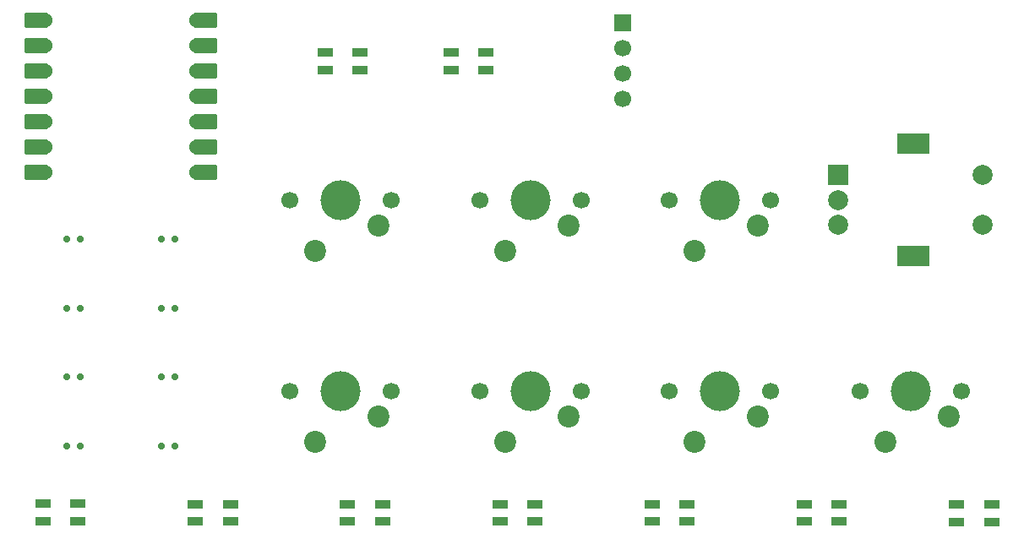
<source format=gts>
%TF.GenerationSoftware,KiCad,Pcbnew,9.0.6*%
%TF.CreationDate,2025-12-23T12:32:36-05:00*%
%TF.ProjectId,astrapad,61737472-6170-4616-942e-6b696361645f,rev?*%
%TF.SameCoordinates,Original*%
%TF.FileFunction,Soldermask,Top*%
%TF.FilePolarity,Negative*%
%FSLAX46Y46*%
G04 Gerber Fmt 4.6, Leading zero omitted, Abs format (unit mm)*
G04 Created by KiCad (PCBNEW 9.0.6) date 2025-12-23 12:32:36*
%MOMM*%
%LPD*%
G01*
G04 APERTURE LIST*
G04 Aperture macros list*
%AMRoundRect*
0 Rectangle with rounded corners*
0 $1 Rounding radius*
0 $2 $3 $4 $5 $6 $7 $8 $9 X,Y pos of 4 corners*
0 Add a 4 corners polygon primitive as box body*
4,1,4,$2,$3,$4,$5,$6,$7,$8,$9,$2,$3,0*
0 Add four circle primitives for the rounded corners*
1,1,$1+$1,$2,$3*
1,1,$1+$1,$4,$5*
1,1,$1+$1,$6,$7*
1,1,$1+$1,$8,$9*
0 Add four rect primitives between the rounded corners*
20,1,$1+$1,$2,$3,$4,$5,0*
20,1,$1+$1,$4,$5,$6,$7,0*
20,1,$1+$1,$6,$7,$8,$9,0*
20,1,$1+$1,$8,$9,$2,$3,0*%
G04 Aperture macros list end*
%ADD10C,1.700000*%
%ADD11C,4.000000*%
%ADD12C,2.200000*%
%ADD13R,1.600000X0.850000*%
%ADD14RoundRect,0.150000X-0.150000X-0.200000X0.150000X-0.200000X0.150000X0.200000X-0.150000X0.200000X0*%
%ADD15RoundRect,0.150000X0.150000X0.200000X-0.150000X0.200000X-0.150000X-0.200000X0.150000X-0.200000X0*%
%ADD16R,2.000000X2.000000*%
%ADD17C,2.000000*%
%ADD18R,3.200000X2.000000*%
%ADD19RoundRect,0.152400X1.063600X0.609600X-1.063600X0.609600X-1.063600X-0.609600X1.063600X-0.609600X0*%
%ADD20C,1.524000*%
%ADD21RoundRect,0.152400X-1.063600X-0.609600X1.063600X-0.609600X1.063600X0.609600X-1.063600X0.609600X0*%
%ADD22R,1.700000X1.700000*%
G04 APERTURE END LIST*
D10*
%TO.C,SW5*%
X37280000Y-40040000D03*
D11*
X32200000Y-40040000D03*
D10*
X27120000Y-40040000D03*
D12*
X29660000Y-45120000D03*
X36010000Y-42580000D03*
%TD*%
D10*
%TO.C,SW1*%
X37280000Y-20840000D03*
D11*
X32200000Y-20840000D03*
D10*
X27120000Y-20840000D03*
D12*
X29660000Y-25920000D03*
X36010000Y-23380000D03*
%TD*%
D13*
%TO.C,D24*%
X48155000Y-51335000D03*
X48155000Y-53085000D03*
X51655000Y-53085000D03*
X51655000Y-51335000D03*
%TD*%
D10*
%TO.C,SW8*%
X94380000Y-40040000D03*
D11*
X89300000Y-40040000D03*
D10*
X84220000Y-40040000D03*
D12*
X86760000Y-45120000D03*
X93110000Y-42580000D03*
%TD*%
D10*
%TO.C,SW7*%
X75290000Y-40040000D03*
D11*
X70210000Y-40040000D03*
D10*
X65130000Y-40040000D03*
D12*
X67670000Y-45120000D03*
X74020000Y-42580000D03*
%TD*%
D13*
%TO.C,D22*%
X78671667Y-51335000D03*
X78671667Y-53085000D03*
X82171667Y-53085000D03*
X82171667Y-51335000D03*
%TD*%
D14*
%TO.C,D7*%
X15621810Y-45494767D03*
X14221810Y-45494767D03*
%TD*%
D13*
%TO.C,D23*%
X63413333Y-51335000D03*
X63413333Y-53085000D03*
X66913333Y-53085000D03*
X66913333Y-51335000D03*
%TD*%
%TO.C,D18*%
X17638333Y-51335000D03*
X17638333Y-53085000D03*
X21138333Y-53085000D03*
X21138333Y-51335000D03*
%TD*%
%TO.C,D9*%
X43248477Y-6063250D03*
X43248477Y-7813250D03*
X46748477Y-7813250D03*
X46748477Y-6063250D03*
%TD*%
D15*
%TO.C,D3*%
X4721810Y-31694767D03*
X6121810Y-31694767D03*
%TD*%
D13*
%TO.C,D25*%
X32896667Y-51335000D03*
X32896667Y-53085000D03*
X36396667Y-53085000D03*
X36396667Y-51335000D03*
%TD*%
D10*
%TO.C,SW2*%
X56290000Y-20840000D03*
D11*
X51210000Y-20840000D03*
D10*
X46130000Y-20840000D03*
D12*
X48670000Y-25920000D03*
X55020000Y-23380000D03*
%TD*%
D10*
%TO.C,SW3*%
X75290000Y-20840000D03*
D11*
X70210000Y-20840000D03*
D10*
X65130000Y-20840000D03*
D12*
X67670000Y-25920000D03*
X74020000Y-23380000D03*
%TD*%
D13*
%TO.C,D20*%
X93914000Y-51365000D03*
X93914000Y-53115000D03*
X97414000Y-53115000D03*
X97414000Y-51365000D03*
%TD*%
%TO.C,D17*%
X30611810Y-6063250D03*
X30611810Y-7813250D03*
X34111810Y-7813250D03*
X34111810Y-6063250D03*
%TD*%
D10*
%TO.C,SW6*%
X56290000Y-40040000D03*
D11*
X51210000Y-40040000D03*
D10*
X46130000Y-40040000D03*
D12*
X48670000Y-45120000D03*
X55020000Y-42580000D03*
%TD*%
D16*
%TO.C,SW13*%
X82050000Y-18340000D03*
D17*
X82050000Y-23340000D03*
X82050000Y-20840000D03*
D18*
X89550000Y-15240000D03*
X89550000Y-26440000D03*
D17*
X96550000Y-23340000D03*
X96550000Y-18340000D03*
%TD*%
D14*
%TO.C,D6*%
X15621810Y-38594767D03*
X14221810Y-38594767D03*
%TD*%
D19*
%TO.C,U1*%
X1716810Y-2843267D03*
D20*
X2551810Y-2843267D03*
D19*
X1716810Y-5383267D03*
D20*
X2551810Y-5383267D03*
D19*
X1716810Y-7923267D03*
D20*
X2551810Y-7923267D03*
D19*
X1716810Y-10463267D03*
D20*
X2551810Y-10463267D03*
D19*
X1716810Y-13003267D03*
D20*
X2551810Y-13003267D03*
D19*
X1716810Y-15543267D03*
D20*
X2551810Y-15543267D03*
D19*
X1716810Y-18083267D03*
D20*
X2551810Y-18083267D03*
X17791810Y-18083267D03*
D21*
X18626810Y-18083267D03*
D20*
X17791810Y-15543267D03*
D21*
X18626810Y-15543267D03*
D20*
X17791810Y-13003267D03*
D21*
X18626810Y-13003267D03*
D20*
X17791810Y-10463267D03*
D21*
X18626810Y-10463267D03*
D20*
X17791810Y-7923267D03*
D21*
X18626810Y-7923267D03*
D20*
X17791810Y-5383267D03*
D21*
X18626810Y-5383267D03*
D20*
X17791810Y-2843267D03*
D21*
X18626810Y-2843267D03*
%TD*%
D15*
%TO.C,D8*%
X4721810Y-45494767D03*
X6121810Y-45494767D03*
%TD*%
%TO.C,D2*%
X4721810Y-24794767D03*
X6121810Y-24794767D03*
%TD*%
D13*
%TO.C,D19*%
X2380000Y-51270000D03*
X2380000Y-53020000D03*
X5880000Y-53020000D03*
X5880000Y-51270000D03*
%TD*%
D15*
%TO.C,D5*%
X4721810Y-38594767D03*
X6121810Y-38594767D03*
%TD*%
D14*
%TO.C,D1*%
X15621810Y-24794767D03*
X14221810Y-24794767D03*
%TD*%
%TO.C,D4*%
X15621810Y-31694767D03*
X14221810Y-31694767D03*
%TD*%
D22*
%TO.C,J1*%
X60476750Y-3128250D03*
D10*
X60476750Y-5668250D03*
X60476750Y-8208250D03*
X60476750Y-10748250D03*
%TD*%
M02*

</source>
